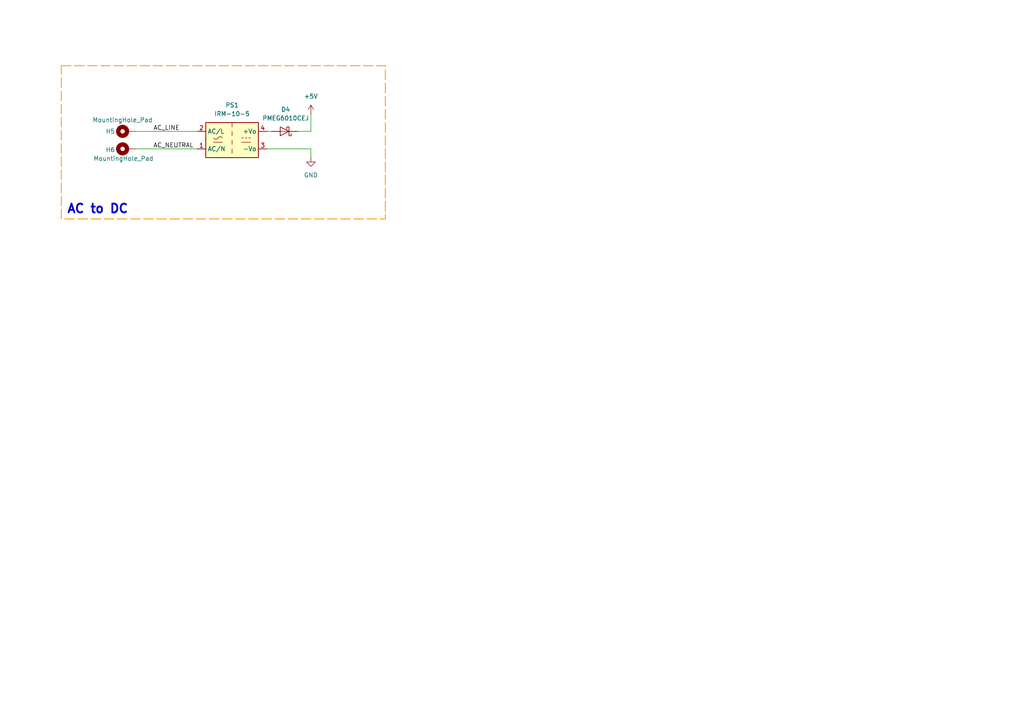
<source format=kicad_sch>
(kicad_sch (version 20250114) (generator "eeschema") (generator_version "9.0")
  (paper "A4")
  (lib_symbols
    (symbol "Converter_ACDC:IRM-10-5"
      (property "Reference" "PS" (at 0 6.35 0))
      (property "Value" "IRM-10-5" (at 0 -6.35 0))
      (symbol "IRM-10-5_0_1"
        (rectangle (start -7.62 5.08) (end 7.62 -5.08) (stroke (width 0.254)) (fill (type background)))
        (polyline (pts (xy -5.334 -0.635) (xy -2.794 -0.635)))
        (arc (start -4.064 0.635) (mid -4.699 0.2495) (end -5.334 0.635))
        (arc (start -4.064 0.635) (mid -3.429 1.0072) (end -2.794 0.635))
        (polyline (pts (xy 0 5.08) (xy 0 3.81)))
        (polyline (pts (xy 0 2.54) (xy 0 1.27)))
        (polyline (pts (xy 0 0) (xy 0 -1.27)))
        (polyline (pts (xy 0 -2.54) (xy 0 -3.81)))
        (polyline (pts (xy 2.794 0.635) (xy 3.302 0.635)))
        (polyline (pts (xy 2.794 -0.635) (xy 5.334 -0.635)))
        (polyline (pts (xy 3.81 0.635) (xy 4.318 0.635)))
        (polyline (pts (xy 4.826 0.635) (xy 5.334 0.635)))
      )
      (symbol "IRM-10-5_1_1"
        (pin power_in line (at -10.16 2.54 0) (length 2.54) (name "AC/L") (number "2"))
        (pin power_in line (at -10.16 -2.54 0) (length 2.54) (name "AC/N") (number "1"))
        (pin power_out line (at 10.16 2.54 180) (length 2.54) (name "+Vo") (number "4"))
        (pin power_out line (at 10.16 -2.54 180) (length 2.54) (name "-Vo") (number "3"))
      )
    )
    (symbol "Diode:PMEG6010CEJ" (pin_numbers (hide yes)) (pin_names (hide yes))
      (property "Reference" "D" (at 0 2.54 0))
      (property "Value" "PMEG6010CEJ" (at 0 -2.54 0))
      (symbol "PMEG6010CEJ_0_1"
        (polyline (pts (xy -1.905 0.635) (xy -1.905 1.27) (xy -1.27 1.27) (xy -1.27 -1.27) (xy -0.635 -1.27) (xy -0.635 -0.635)) (stroke (width 0.2032)))
        (polyline (pts (xy 1.27 1.27) (xy 1.27 -1.27) (xy -1.27 0) (xy 1.27 1.27)) (stroke (width 0.2032)))
        (polyline (pts (xy 1.27 0) (xy -1.27 0)))
      )
      (symbol "PMEG6010CEJ_1_1"
        (pin passive line (at -3.81 0 0) (length 2.54) (name "K") (number "1"))
        (pin passive line (at 3.81 0 180) (length 2.54) (name "A") (number "2"))
      )
    )
    (symbol "Mechanical:MountingHole_Pad" (pin_numbers (hide yes)) (pin_names (offset 1.016) (hide yes)) (exclude_from_sim yes) (in_bom no)
      (property "Reference" "H" (at 0 6.35 0))
      (property "Value" "MountingHole_Pad" (at 0 4.445 0))
      (symbol "MountingHole_Pad_0_1"
        (circle (center 0 1.27) (radius 1.27) (stroke (width 1.27)))
      )
      (symbol "MountingHole_Pad_1_1"
        (pin input line (at 0 -2.54 90) (length 2.54) (name "1") (number "1"))
      )
    )
    (symbol "power:+5V" (power) (pin_numbers (hide yes)) (pin_names (offset 0) (hide yes))
      (property "Value" "+5V" (at 0 3.556 0))
      (symbol "+5V_0_1"
        (polyline (pts (xy -0.762 1.27) (xy 0 2.54)))
        (polyline (pts (xy 0 2.54) (xy 0.762 1.27)))
        (polyline (pts (xy 0 0) (xy 0 2.54)))
      )
      (symbol "+5V_1_1"
        (pin power_in line (at 0 0 90) (length 0) (name "~") (number "1"))
      )
    )
    (symbol "power:GND" (power) (pin_numbers (hide yes)) (pin_names (offset 0) (hide yes))
      (property "Value" "GND" (at 0 -3.81 0))
      (symbol "GND_0_1"
        (polyline (pts (xy 0 0) (xy 0 -1.27) (xy 1.27 -1.27) (xy 0 -2.54) (xy -1.27 -1.27) (xy 0 -1.27)))
      )
      (symbol "GND_1_1"
        (pin power_in line (at 0 0 270) (length 0) (name "~") (number "1"))
      )
    )
  )
  (rectangle (start 17.78 19.05) (end 111.76 63.5) (stroke (width 0.254) (type dash) (color 255 153 0 1)))
  (text "AC to DC" (at 19.304 60.706 0) (effects (font (size 2.54 2.54) (thickness 0.508) (bold yes)) (justify left)))
  (wire (pts (xy 39.37 38.1) (xy 57.15 38.1)))
  (wire (pts (xy 90.17 43.18) (xy 77.47 43.18)))
  (wire (pts (xy 90.17 38.1) (xy 86.36 38.1)))
  (wire (pts (xy 90.17 33.02) (xy 90.17 38.1)))
  (wire (pts (xy 78.74 38.1) (xy 77.47 38.1)))
  (wire (pts (xy 90.17 45.72) (xy 90.17 43.18)))
  (wire (pts (xy 39.37 43.18) (xy 57.15 43.18)))
  (label "AC_NEUTRAL" (at 44.45 43.18 0))
  (label "AC_LINE" (at 44.45 38.1 0))
  (symbol (lib_id "power:GND") (at 90.17 45.72 0) (unit 1)
    (property "Reference" "#PWR05" (effects (hide yes)))
    (property "Value" "GND" (at 90.17 50.8 0))
    (property "Description" "Power symbol creates a global label with name \"GND\" , ground" (effects (hide yes)))
  )
  (symbol (lib_id "power:+5V") (at 90.17 33.02 0) (unit 1)
    (property "Reference" "#PWR06" (effects (hide yes)))
    (property "Value" "+5V" (at 90.17 27.94 0))
    (property "Description" "Power symbol creates a global label with name \"+5V\"" (effects (hide yes)))
  )
  (symbol (lib_id "Diode:PMEG6010CEJ") (at 82.55 38.1 180) (unit 1)
    (property "Reference" "D4" (at 82.8675 31.75 0))
    (property "Value" "PMEG6010CEJ" (at 82.8675 34.29 0))
    (property "Footprint" "Diode_SMD:D_SOD-323" (effects (hide yes)))
    (property "Datasheet" "https://assets.nexperia.com/documents/data-sheet/PMEG6010CEH_PMEG6010CEJ.pdf" (effects (hide yes)))
    (property "Description" "60V, 1A very low Vf MEGA Schottky barrier rectifier, SOD-323F" (effects (hide yes)))
    (property "MF" "Nexperia" (effects (hide yes)))
    (property "MPN" "PMEG6010CEJ" (effects (hide yes)))
    (property "LCSC" "C27636122" (effects (hide yes)))
    (property "Mouser" "771-PMEG6010CEJ-T/R" (effects (hide yes)))
    (property "Digikey" "1727-3882-2-ND" (effects (hide yes)))
  )
  (symbol (lib_id "Mechanical:MountingHole_Pad") (at 36.83 43.18 90) (unit 1) (in_bom no)
    (property "Reference" "H6" (at 32.004 43.434 90))
    (property "Value" "MountingHole_Pad" (at 35.814 45.974 90))
    (property "Description" "Mounting Hole with connection" (effects (hide yes)))
  )
  (symbol (lib_id "Converter_ACDC:IRM-10-5") (at 67.31 40.64 0) (unit 1)
    (property "Reference" "PS1" (at 67.31 30.48 0))
    (property "Value" "IRM-10-5" (at 67.31 33.02 0))
    (property "Footprint" "Converter_ACDC:Converter_ACDC_MeanWell_IRM-10-xx_THT" (effects (hide yes)))
    (property "Datasheet" "https://www.meanwell.com/Upload/PDF/IRM-10/IRM-10-SPEC.PDF" (effects (hide yes)))
    (property "Description" "5V, 2A, 10W, Isolated, AC-DC, 222A(IRM10)" (effects (hide yes)))
    (property "LCSC" "C2857903" (effects (hide yes)))
    (property "Mouser" "709-IRM10-5" (effects (hide yes)))
    (property "Digikey" "1866-3032-ND" (effects (hide yes)))
  )
  (symbol (lib_id "Mechanical:MountingHole_Pad") (at 36.83 38.1 90) (unit 1) (in_bom no)
    (property "Reference" "H5" (at 32.004 38.1 90))
    (property "Value" "MountingHole_Pad" (at 35.56 34.798 90))
    (property "Description" "Mounting Hole with connection" (effects (hide yes)))
  )
)
</source>
